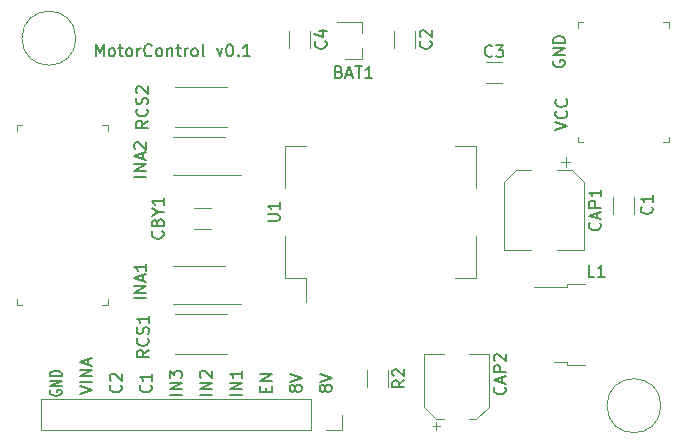
<source format=gbr>
%TF.GenerationSoftware,KiCad,Pcbnew,5.1.10*%
%TF.CreationDate,2021-06-23T21:46:23+08:00*%
%TF.ProjectId,simplefoc,73696d70-6c65-4666-9f63-2e6b69636164,rev?*%
%TF.SameCoordinates,Original*%
%TF.FileFunction,Legend,Top*%
%TF.FilePolarity,Positive*%
%FSLAX46Y46*%
G04 Gerber Fmt 4.6, Leading zero omitted, Abs format (unit mm)*
G04 Created by KiCad (PCBNEW 5.1.10) date 2021-06-23 21:46:23*
%MOMM*%
%LPD*%
G01*
G04 APERTURE LIST*
%ADD10C,0.150000*%
%ADD11C,0.120000*%
%ADD12C,0.100000*%
G04 APERTURE END LIST*
D10*
X-114419047Y251571190D02*
X-114466666Y251475952D01*
X-114514285Y251428333D01*
X-114609523Y251380714D01*
X-114657142Y251380714D01*
X-114752380Y251428333D01*
X-114800000Y251475952D01*
X-114847619Y251571190D01*
X-114847619Y251761666D01*
X-114800000Y251856904D01*
X-114752380Y251904523D01*
X-114657142Y251952142D01*
X-114609523Y251952142D01*
X-114514285Y251904523D01*
X-114466666Y251856904D01*
X-114419047Y251761666D01*
X-114419047Y251571190D01*
X-114371428Y251475952D01*
X-114323809Y251428333D01*
X-114228571Y251380714D01*
X-114038095Y251380714D01*
X-113942857Y251428333D01*
X-113895238Y251475952D01*
X-113847619Y251571190D01*
X-113847619Y251761666D01*
X-113895238Y251856904D01*
X-113942857Y251904523D01*
X-114038095Y251952142D01*
X-114228571Y251952142D01*
X-114323809Y251904523D01*
X-114371428Y251856904D01*
X-114419047Y251761666D01*
X-114847619Y252237857D02*
X-113847619Y252571190D01*
X-114847619Y252904523D01*
X-133817500Y279773119D02*
X-133817500Y280773119D01*
X-133484166Y280058833D01*
X-133150833Y280773119D01*
X-133150833Y279773119D01*
X-132531785Y279773119D02*
X-132627023Y279820738D01*
X-132674642Y279868357D01*
X-132722261Y279963595D01*
X-132722261Y280249309D01*
X-132674642Y280344547D01*
X-132627023Y280392166D01*
X-132531785Y280439785D01*
X-132388928Y280439785D01*
X-132293690Y280392166D01*
X-132246071Y280344547D01*
X-132198452Y280249309D01*
X-132198452Y279963595D01*
X-132246071Y279868357D01*
X-132293690Y279820738D01*
X-132388928Y279773119D01*
X-132531785Y279773119D01*
X-131912738Y280439785D02*
X-131531785Y280439785D01*
X-131769880Y280773119D02*
X-131769880Y279915976D01*
X-131722261Y279820738D01*
X-131627023Y279773119D01*
X-131531785Y279773119D01*
X-131055595Y279773119D02*
X-131150833Y279820738D01*
X-131198452Y279868357D01*
X-131246071Y279963595D01*
X-131246071Y280249309D01*
X-131198452Y280344547D01*
X-131150833Y280392166D01*
X-131055595Y280439785D01*
X-130912738Y280439785D01*
X-130817500Y280392166D01*
X-130769880Y280344547D01*
X-130722261Y280249309D01*
X-130722261Y279963595D01*
X-130769880Y279868357D01*
X-130817500Y279820738D01*
X-130912738Y279773119D01*
X-131055595Y279773119D01*
X-130293690Y279773119D02*
X-130293690Y280439785D01*
X-130293690Y280249309D02*
X-130246071Y280344547D01*
X-130198452Y280392166D01*
X-130103214Y280439785D01*
X-130007976Y280439785D01*
X-129103214Y279868357D02*
X-129150833Y279820738D01*
X-129293690Y279773119D01*
X-129388928Y279773119D01*
X-129531785Y279820738D01*
X-129627023Y279915976D01*
X-129674642Y280011214D01*
X-129722261Y280201690D01*
X-129722261Y280344547D01*
X-129674642Y280535023D01*
X-129627023Y280630261D01*
X-129531785Y280725500D01*
X-129388928Y280773119D01*
X-129293690Y280773119D01*
X-129150833Y280725500D01*
X-129103214Y280677880D01*
X-128531785Y279773119D02*
X-128627023Y279820738D01*
X-128674642Y279868357D01*
X-128722261Y279963595D01*
X-128722261Y280249309D01*
X-128674642Y280344547D01*
X-128627023Y280392166D01*
X-128531785Y280439785D01*
X-128388928Y280439785D01*
X-128293690Y280392166D01*
X-128246071Y280344547D01*
X-128198452Y280249309D01*
X-128198452Y279963595D01*
X-128246071Y279868357D01*
X-128293690Y279820738D01*
X-128388928Y279773119D01*
X-128531785Y279773119D01*
X-127769880Y280439785D02*
X-127769880Y279773119D01*
X-127769880Y280344547D02*
X-127722261Y280392166D01*
X-127627023Y280439785D01*
X-127484166Y280439785D01*
X-127388928Y280392166D01*
X-127341309Y280296928D01*
X-127341309Y279773119D01*
X-127007976Y280439785D02*
X-126627023Y280439785D01*
X-126865119Y280773119D02*
X-126865119Y279915976D01*
X-126817500Y279820738D01*
X-126722261Y279773119D01*
X-126627023Y279773119D01*
X-126293690Y279773119D02*
X-126293690Y280439785D01*
X-126293690Y280249309D02*
X-126246071Y280344547D01*
X-126198452Y280392166D01*
X-126103214Y280439785D01*
X-126007976Y280439785D01*
X-125531785Y279773119D02*
X-125627023Y279820738D01*
X-125674642Y279868357D01*
X-125722261Y279963595D01*
X-125722261Y280249309D01*
X-125674642Y280344547D01*
X-125627023Y280392166D01*
X-125531785Y280439785D01*
X-125388928Y280439785D01*
X-125293690Y280392166D01*
X-125246071Y280344547D01*
X-125198452Y280249309D01*
X-125198452Y279963595D01*
X-125246071Y279868357D01*
X-125293690Y279820738D01*
X-125388928Y279773119D01*
X-125531785Y279773119D01*
X-124627023Y279773119D02*
X-124722261Y279820738D01*
X-124769880Y279915976D01*
X-124769880Y280773119D01*
X-123579404Y280439785D02*
X-123341309Y279773119D01*
X-123103214Y280439785D01*
X-122531785Y280773119D02*
X-122436547Y280773119D01*
X-122341309Y280725500D01*
X-122293690Y280677880D01*
X-122246071Y280582642D01*
X-122198452Y280392166D01*
X-122198452Y280154071D01*
X-122246071Y279963595D01*
X-122293690Y279868357D01*
X-122341309Y279820738D01*
X-122436547Y279773119D01*
X-122531785Y279773119D01*
X-122627023Y279820738D01*
X-122674642Y279868357D01*
X-122722261Y279963595D01*
X-122769880Y280154071D01*
X-122769880Y280392166D01*
X-122722261Y280582642D01*
X-122674642Y280677880D01*
X-122627023Y280725500D01*
X-122531785Y280773119D01*
X-121769880Y279868357D02*
X-121722261Y279820738D01*
X-121769880Y279773119D01*
X-121817500Y279820738D01*
X-121769880Y279868357D01*
X-121769880Y279773119D01*
X-120769880Y279773119D02*
X-121341309Y279773119D01*
X-121055595Y279773119D02*
X-121055595Y280773119D01*
X-121150833Y280630261D01*
X-121246071Y280535023D01*
X-121341309Y280487404D01*
X-95051500Y279400095D02*
X-95099119Y279304857D01*
X-95099119Y279162000D01*
X-95051500Y279019142D01*
X-94956261Y278923904D01*
X-94861023Y278876285D01*
X-94670547Y278828666D01*
X-94527690Y278828666D01*
X-94337214Y278876285D01*
X-94241976Y278923904D01*
X-94146738Y279019142D01*
X-94099119Y279162000D01*
X-94099119Y279257238D01*
X-94146738Y279400095D01*
X-94194357Y279447714D01*
X-94527690Y279447714D01*
X-94527690Y279257238D01*
X-94099119Y279876285D02*
X-95099119Y279876285D01*
X-94099119Y280447714D01*
X-95099119Y280447714D01*
X-94099119Y280923904D02*
X-95099119Y280923904D01*
X-95099119Y281162000D01*
X-95051500Y281304857D01*
X-94956261Y281400095D01*
X-94861023Y281447714D01*
X-94670547Y281495333D01*
X-94527690Y281495333D01*
X-94337214Y281447714D01*
X-94241976Y281400095D01*
X-94146738Y281304857D01*
X-94099119Y281162000D01*
X-94099119Y280923904D01*
X-94908619Y273558166D02*
X-93908619Y273891500D01*
X-94908619Y274224833D01*
X-94003857Y275129595D02*
X-93956238Y275081976D01*
X-93908619Y274939119D01*
X-93908619Y274843880D01*
X-93956238Y274701023D01*
X-94051476Y274605785D01*
X-94146714Y274558166D01*
X-94337190Y274510547D01*
X-94480047Y274510547D01*
X-94670523Y274558166D01*
X-94765761Y274605785D01*
X-94861000Y274701023D01*
X-94908619Y274843880D01*
X-94908619Y274939119D01*
X-94861000Y275081976D01*
X-94813380Y275129595D01*
X-94003857Y276129595D02*
X-93956238Y276081976D01*
X-93908619Y275939119D01*
X-93908619Y275843880D01*
X-93956238Y275701023D01*
X-94051476Y275605785D01*
X-94146714Y275558166D01*
X-94337190Y275510547D01*
X-94480047Y275510547D01*
X-94670523Y275558166D01*
X-94765761Y275605785D01*
X-94861000Y275701023D01*
X-94908619Y275843880D01*
X-94908619Y275939119D01*
X-94861000Y276081976D01*
X-94813380Y276129595D01*
X-116959047Y251571190D02*
X-117006666Y251475952D01*
X-117054285Y251428333D01*
X-117149523Y251380714D01*
X-117197142Y251380714D01*
X-117292380Y251428333D01*
X-117340000Y251475952D01*
X-117387619Y251571190D01*
X-117387619Y251761666D01*
X-117340000Y251856904D01*
X-117292380Y251904523D01*
X-117197142Y251952142D01*
X-117149523Y251952142D01*
X-117054285Y251904523D01*
X-117006666Y251856904D01*
X-116959047Y251761666D01*
X-116959047Y251571190D01*
X-116911428Y251475952D01*
X-116863809Y251428333D01*
X-116768571Y251380714D01*
X-116578095Y251380714D01*
X-116482857Y251428333D01*
X-116435238Y251475952D01*
X-116387619Y251571190D01*
X-116387619Y251761666D01*
X-116435238Y251856904D01*
X-116482857Y251904523D01*
X-116578095Y251952142D01*
X-116768571Y251952142D01*
X-116863809Y251904523D01*
X-116911428Y251856904D01*
X-116959047Y251761666D01*
X-117387619Y252237857D02*
X-116387619Y252571190D01*
X-117387619Y252904523D01*
X-119451428Y251356904D02*
X-119451428Y251690238D01*
X-118927619Y251833095D02*
X-118927619Y251356904D01*
X-119927619Y251356904D01*
X-119927619Y251833095D01*
X-118927619Y252261666D02*
X-119927619Y252261666D01*
X-118927619Y252833095D01*
X-119927619Y252833095D01*
X-121467619Y251095000D02*
X-122467619Y251095000D01*
X-121467619Y251571190D02*
X-122467619Y251571190D01*
X-121467619Y252142619D01*
X-122467619Y252142619D01*
X-121467619Y253142619D02*
X-121467619Y252571190D01*
X-121467619Y252856904D02*
X-122467619Y252856904D01*
X-122324761Y252761666D01*
X-122229523Y252666428D01*
X-122181904Y252571190D01*
X-124007619Y251095000D02*
X-125007619Y251095000D01*
X-124007619Y251571190D02*
X-125007619Y251571190D01*
X-124007619Y252142619D01*
X-125007619Y252142619D01*
X-124912380Y252571190D02*
X-124960000Y252618809D01*
X-125007619Y252714047D01*
X-125007619Y252952142D01*
X-124960000Y253047380D01*
X-124912380Y253095000D01*
X-124817142Y253142619D01*
X-124721904Y253142619D01*
X-124579047Y253095000D01*
X-124007619Y252523571D01*
X-124007619Y253142619D01*
X-126547619Y251095000D02*
X-127547619Y251095000D01*
X-126547619Y251571190D02*
X-127547619Y251571190D01*
X-126547619Y252142619D01*
X-127547619Y252142619D01*
X-127547619Y252523571D02*
X-127547619Y253142619D01*
X-127166666Y252809285D01*
X-127166666Y252952142D01*
X-127119047Y253047380D01*
X-127071428Y253095000D01*
X-126976190Y253142619D01*
X-126738095Y253142619D01*
X-126642857Y253095000D01*
X-126595238Y253047380D01*
X-126547619Y252952142D01*
X-126547619Y252666428D01*
X-126595238Y252571190D01*
X-126642857Y252523571D01*
X-129182857Y251928333D02*
X-129135238Y251880714D01*
X-129087619Y251737857D01*
X-129087619Y251642619D01*
X-129135238Y251499761D01*
X-129230476Y251404523D01*
X-129325714Y251356904D01*
X-129516190Y251309285D01*
X-129659047Y251309285D01*
X-129849523Y251356904D01*
X-129944761Y251404523D01*
X-130040000Y251499761D01*
X-130087619Y251642619D01*
X-130087619Y251737857D01*
X-130040000Y251880714D01*
X-129992380Y251928333D01*
X-129087619Y252880714D02*
X-129087619Y252309285D01*
X-129087619Y252595000D02*
X-130087619Y252595000D01*
X-129944761Y252499761D01*
X-129849523Y252404523D01*
X-129801904Y252309285D01*
X-131722857Y251928333D02*
X-131675238Y251880714D01*
X-131627619Y251737857D01*
X-131627619Y251642619D01*
X-131675238Y251499761D01*
X-131770476Y251404523D01*
X-131865714Y251356904D01*
X-132056190Y251309285D01*
X-132199047Y251309285D01*
X-132389523Y251356904D01*
X-132484761Y251404523D01*
X-132580000Y251499761D01*
X-132627619Y251642619D01*
X-132627619Y251737857D01*
X-132580000Y251880714D01*
X-132532380Y251928333D01*
X-132532380Y252309285D02*
X-132580000Y252356904D01*
X-132627619Y252452142D01*
X-132627619Y252690238D01*
X-132580000Y252785476D01*
X-132532380Y252833095D01*
X-132437142Y252880714D01*
X-132341904Y252880714D01*
X-132199047Y252833095D01*
X-131627619Y252261666D01*
X-131627619Y252880714D01*
X-135167619Y251206190D02*
X-134167619Y251539523D01*
X-135167619Y251872857D01*
X-134167619Y252206190D02*
X-135167619Y252206190D01*
X-134167619Y252682380D02*
X-135167619Y252682380D01*
X-134167619Y253253809D01*
X-135167619Y253253809D01*
X-134453333Y253682380D02*
X-134453333Y254158571D01*
X-134167619Y253587142D02*
X-135167619Y253920476D01*
X-134167619Y254253809D01*
X-137660000Y251485476D02*
X-137707619Y251409285D01*
X-137707619Y251295000D01*
X-137660000Y251180714D01*
X-137564761Y251104523D01*
X-137469523Y251066428D01*
X-137279047Y251028333D01*
X-137136190Y251028333D01*
X-136945714Y251066428D01*
X-136850476Y251104523D01*
X-136755238Y251180714D01*
X-136707619Y251295000D01*
X-136707619Y251371190D01*
X-136755238Y251485476D01*
X-136802857Y251523571D01*
X-137136190Y251523571D01*
X-137136190Y251371190D01*
X-136707619Y251866428D02*
X-137707619Y251866428D01*
X-136707619Y252323571D01*
X-137707619Y252323571D01*
X-136707619Y252704523D02*
X-137707619Y252704523D01*
X-137707619Y252895000D01*
X-137660000Y253009285D01*
X-137564761Y253085476D01*
X-137469523Y253123571D01*
X-137279047Y253161666D01*
X-137136190Y253161666D01*
X-136945714Y253123571D01*
X-136850476Y253085476D01*
X-136755238Y253009285D01*
X-136707619Y252895000D01*
X-136707619Y252704523D01*
D11*
%TO.C,CAP2*%
X-100554500Y254560000D02*
X-102254500Y254560000D01*
X-106074500Y254560000D02*
X-104374500Y254560000D01*
X-106074500Y250104437D02*
X-106074500Y254560000D01*
X-100554500Y250104437D02*
X-100554500Y254560000D01*
X-101618937Y249040000D02*
X-102254500Y249040000D01*
X-105010063Y249040000D02*
X-104374500Y249040000D01*
X-105010063Y249040000D02*
X-106074500Y250104437D01*
X-101618937Y249040000D02*
X-100554500Y250104437D01*
X-104999500Y248175000D02*
X-104999500Y248800000D01*
X-105312000Y248487500D02*
X-104687000Y248487500D01*
%TO.C,REF\u002A\u002A*%
X-85979000Y250190000D02*
G75*
G03*
X-85979000Y250190000I-2286000J0D01*
G01*
X-135509000Y281305000D02*
G75*
G03*
X-135509000Y281305000I-2286000J0D01*
G01*
%TO.C,C4*%
X-115676000Y281927752D02*
X-115676000Y280505248D01*
X-117496000Y281927752D02*
X-117496000Y280505248D01*
%TO.C,C2*%
X-108606000Y281927752D02*
X-108606000Y280505248D01*
X-106786000Y281927752D02*
X-106786000Y280505248D01*
%TO.C,BAT1*%
X-111270000Y279532000D02*
X-111270000Y280462000D01*
X-111270000Y282692000D02*
X-111270000Y281762000D01*
X-111270000Y282692000D02*
X-113430000Y282692000D01*
X-111270000Y279532000D02*
X-112730000Y279532000D01*
%TO.C,C1*%
X-90064000Y266458248D02*
X-90064000Y267880752D01*
X-88244000Y266458248D02*
X-88244000Y267880752D01*
%TO.C,C3*%
X-99403248Y279294000D02*
X-100825752Y279294000D01*
X-99403248Y277474000D02*
X-100825752Y277474000D01*
%TO.C,CAP1*%
X-99288000Y263358000D02*
X-96938000Y263358000D01*
X-92468000Y263358000D02*
X-94818000Y263358000D01*
X-92468000Y269113563D02*
X-92468000Y263358000D01*
X-99288000Y269113563D02*
X-99288000Y263358000D01*
X-98223563Y270178000D02*
X-96938000Y270178000D01*
X-93532437Y270178000D02*
X-94818000Y270178000D01*
X-93532437Y270178000D02*
X-92468000Y269113563D01*
X-98223563Y270178000D02*
X-99288000Y269113563D01*
X-94030500Y271205500D02*
X-94030500Y270418000D01*
X-93636750Y270811750D02*
X-94424250Y270811750D01*
%TO.C,CBY1*%
X-125533752Y266970000D02*
X-124111248Y266970000D01*
X-125533752Y265150000D02*
X-124111248Y265150000D01*
%TO.C,INA1*%
X-125105500Y262041000D02*
X-127305500Y262041000D01*
X-125105500Y262041000D02*
X-122905500Y262041000D01*
X-125105500Y258821000D02*
X-127305500Y258821000D01*
X-125105500Y258821000D02*
X-121505500Y258821000D01*
%TO.C,INA2*%
X-125105500Y269698000D02*
X-121505500Y269698000D01*
X-125105500Y269698000D02*
X-127305500Y269698000D01*
X-125105500Y272918000D02*
X-122905500Y272918000D01*
X-125105500Y272918000D02*
X-127305500Y272918000D01*
D12*
%TO.C,J1*%
X-85304000Y282682000D02*
X-85304000Y282182000D01*
X-85304000Y282682000D02*
X-85804000Y282682000D01*
X-85304000Y272482000D02*
X-85804000Y272482000D01*
X-85304000Y272482000D02*
X-85304000Y272982000D01*
X-93004000Y272482000D02*
X-93004000Y272982000D01*
X-93004000Y272482000D02*
X-92554000Y272482000D01*
X-93004000Y282682000D02*
X-92554000Y282682000D01*
X-93004000Y282682000D02*
X-93004000Y282182000D01*
%TO.C,J3*%
X-132802000Y273940000D02*
X-132802000Y273440000D01*
X-132802000Y273940000D02*
X-133302000Y273940000D01*
X-132802000Y258740000D02*
X-133302000Y258740000D01*
X-132802000Y258740000D02*
X-132802000Y259240000D01*
X-140502000Y258740000D02*
X-140502000Y259240000D01*
X-140502000Y258740000D02*
X-140052000Y258740000D01*
X-140502000Y273940000D02*
X-140052000Y273940000D01*
X-140502000Y273940000D02*
X-140502000Y273440000D01*
D11*
%TO.C,L1*%
X-92410000Y260498000D02*
X-93910000Y260498000D01*
X-93910000Y260498000D02*
X-93910000Y260228000D01*
X-93910000Y260228000D02*
X-96740000Y260228000D01*
X-92410000Y253598000D02*
X-93910000Y253598000D01*
X-93910000Y253598000D02*
X-93910000Y253868000D01*
X-93910000Y253868000D02*
X-95010000Y253868000D01*
%TO.C,R2*%
X-109072000Y253229064D02*
X-109072000Y251774936D01*
X-110892000Y253229064D02*
X-110892000Y251774936D01*
%TO.C,RCS1*%
X-122740936Y254571000D02*
X-127095064Y254571000D01*
X-122740936Y257991000D02*
X-127095064Y257991000D01*
%TO.C,RCS2*%
X-127095064Y273748000D02*
X-122740936Y273748000D01*
X-127095064Y277168000D02*
X-122740936Y277168000D01*
%TO.C,U1*%
X-117770000Y272190000D02*
X-116020000Y272190000D01*
X-101670000Y272190000D02*
X-103420000Y272190000D01*
X-101670000Y264590000D02*
X-101670000Y260990000D01*
X-101670000Y260990000D02*
X-103420000Y260990000D01*
X-117770000Y272190000D02*
X-117770000Y268590000D01*
X-117770000Y260990000D02*
X-116020000Y260990000D01*
X-116020000Y260990000D02*
X-116020000Y258990000D01*
X-117770000Y264590000D02*
X-117770000Y260990000D01*
X-101670000Y272190000D02*
X-101670000Y268590000D01*
%TO.C,J2*%
X-112970000Y249428000D02*
X-112970000Y248098000D01*
X-112970000Y248098000D02*
X-114300000Y248098000D01*
X-115570000Y248098000D02*
X-138490000Y248098000D01*
X-138490000Y250758000D02*
X-138490000Y248098000D01*
X-115570000Y250758000D02*
X-138490000Y250758000D01*
X-115570000Y250758000D02*
X-115570000Y248098000D01*
%TO.C,CAP2*%
D10*
X-99210857Y251761761D02*
X-99163238Y251714142D01*
X-99115619Y251571285D01*
X-99115619Y251476047D01*
X-99163238Y251333190D01*
X-99258476Y251237952D01*
X-99353714Y251190333D01*
X-99544190Y251142714D01*
X-99687047Y251142714D01*
X-99877523Y251190333D01*
X-99972761Y251237952D01*
X-100068000Y251333190D01*
X-100115619Y251476047D01*
X-100115619Y251571285D01*
X-100068000Y251714142D01*
X-100020380Y251761761D01*
X-99401333Y252142714D02*
X-99401333Y252618904D01*
X-99115619Y252047476D02*
X-100115619Y252380809D01*
X-99115619Y252714142D01*
X-99115619Y253047476D02*
X-100115619Y253047476D01*
X-100115619Y253428428D01*
X-100068000Y253523666D01*
X-100020380Y253571285D01*
X-99925142Y253618904D01*
X-99782285Y253618904D01*
X-99687047Y253571285D01*
X-99639428Y253523666D01*
X-99591809Y253428428D01*
X-99591809Y253047476D01*
X-100020380Y253999857D02*
X-100068000Y254047476D01*
X-100115619Y254142714D01*
X-100115619Y254380809D01*
X-100068000Y254476047D01*
X-100020380Y254523666D01*
X-99925142Y254571285D01*
X-99829904Y254571285D01*
X-99687047Y254523666D01*
X-99115619Y253952238D01*
X-99115619Y254571285D01*
%TO.C,C4*%
X-114378857Y281049833D02*
X-114331238Y281002214D01*
X-114283619Y280859357D01*
X-114283619Y280764119D01*
X-114331238Y280621261D01*
X-114426476Y280526023D01*
X-114521714Y280478404D01*
X-114712190Y280430785D01*
X-114855047Y280430785D01*
X-115045523Y280478404D01*
X-115140761Y280526023D01*
X-115236000Y280621261D01*
X-115283619Y280764119D01*
X-115283619Y280859357D01*
X-115236000Y281002214D01*
X-115188380Y281049833D01*
X-114950285Y281906976D02*
X-114283619Y281906976D01*
X-115331238Y281668880D02*
X-114616952Y281430785D01*
X-114616952Y282049833D01*
%TO.C,C2*%
X-105488857Y281049833D02*
X-105441238Y281002214D01*
X-105393619Y280859357D01*
X-105393619Y280764119D01*
X-105441238Y280621261D01*
X-105536476Y280526023D01*
X-105631714Y280478404D01*
X-105822190Y280430785D01*
X-105965047Y280430785D01*
X-106155523Y280478404D01*
X-106250761Y280526023D01*
X-106346000Y280621261D01*
X-106393619Y280764119D01*
X-106393619Y280859357D01*
X-106346000Y281002214D01*
X-106298380Y281049833D01*
X-106298380Y281430785D02*
X-106346000Y281478404D01*
X-106393619Y281573642D01*
X-106393619Y281811738D01*
X-106346000Y281906976D01*
X-106298380Y281954595D01*
X-106203142Y282002214D01*
X-106107904Y282002214D01*
X-105965047Y281954595D01*
X-105393619Y281383166D01*
X-105393619Y282002214D01*
%TO.C,BAT1*%
X-113228285Y278455428D02*
X-113085428Y278407809D01*
X-113037809Y278360190D01*
X-112990190Y278264952D01*
X-112990190Y278122095D01*
X-113037809Y278026857D01*
X-113085428Y277979238D01*
X-113180666Y277931619D01*
X-113561619Y277931619D01*
X-113561619Y278931619D01*
X-113228285Y278931619D01*
X-113133047Y278884000D01*
X-113085428Y278836380D01*
X-113037809Y278741142D01*
X-113037809Y278645904D01*
X-113085428Y278550666D01*
X-113133047Y278503047D01*
X-113228285Y278455428D01*
X-113561619Y278455428D01*
X-112609238Y278217333D02*
X-112133047Y278217333D01*
X-112704476Y277931619D02*
X-112371142Y278931619D01*
X-112037809Y277931619D01*
X-111847333Y278931619D02*
X-111275904Y278931619D01*
X-111561619Y277931619D02*
X-111561619Y278931619D01*
X-110418761Y277931619D02*
X-110990190Y277931619D01*
X-110704476Y277931619D02*
X-110704476Y278931619D01*
X-110799714Y278788761D01*
X-110894952Y278693523D01*
X-110990190Y278645904D01*
%TO.C,C1*%
X-86764857Y267041333D02*
X-86717238Y266993714D01*
X-86669619Y266850857D01*
X-86669619Y266755619D01*
X-86717238Y266612761D01*
X-86812476Y266517523D01*
X-86907714Y266469904D01*
X-87098190Y266422285D01*
X-87241047Y266422285D01*
X-87431523Y266469904D01*
X-87526761Y266517523D01*
X-87622000Y266612761D01*
X-87669619Y266755619D01*
X-87669619Y266850857D01*
X-87622000Y266993714D01*
X-87574380Y267041333D01*
X-86669619Y267993714D02*
X-86669619Y267422285D01*
X-86669619Y267708000D02*
X-87669619Y267708000D01*
X-87526761Y267612761D01*
X-87431523Y267517523D01*
X-87383904Y267422285D01*
%TO.C,C3*%
X-100281166Y279804857D02*
X-100328785Y279757238D01*
X-100471642Y279709619D01*
X-100566880Y279709619D01*
X-100709738Y279757238D01*
X-100804976Y279852476D01*
X-100852595Y279947714D01*
X-100900214Y280138190D01*
X-100900214Y280281047D01*
X-100852595Y280471523D01*
X-100804976Y280566761D01*
X-100709738Y280662000D01*
X-100566880Y280709619D01*
X-100471642Y280709619D01*
X-100328785Y280662000D01*
X-100281166Y280614380D01*
X-99947833Y280709619D02*
X-99328785Y280709619D01*
X-99662119Y280328666D01*
X-99519261Y280328666D01*
X-99424023Y280281047D01*
X-99376404Y280233428D01*
X-99328785Y280138190D01*
X-99328785Y279900095D01*
X-99376404Y279804857D01*
X-99424023Y279757238D01*
X-99519261Y279709619D01*
X-99804976Y279709619D01*
X-99900214Y279757238D01*
X-99947833Y279804857D01*
%TO.C,CAP1*%
X-91170857Y265672761D02*
X-91123238Y265625142D01*
X-91075619Y265482285D01*
X-91075619Y265387047D01*
X-91123238Y265244190D01*
X-91218476Y265148952D01*
X-91313714Y265101333D01*
X-91504190Y265053714D01*
X-91647047Y265053714D01*
X-91837523Y265101333D01*
X-91932761Y265148952D01*
X-92028000Y265244190D01*
X-92075619Y265387047D01*
X-92075619Y265482285D01*
X-92028000Y265625142D01*
X-91980380Y265672761D01*
X-91361333Y266053714D02*
X-91361333Y266529904D01*
X-91075619Y265958476D02*
X-92075619Y266291809D01*
X-91075619Y266625142D01*
X-91075619Y266958476D02*
X-92075619Y266958476D01*
X-92075619Y267339428D01*
X-92028000Y267434666D01*
X-91980380Y267482285D01*
X-91885142Y267529904D01*
X-91742285Y267529904D01*
X-91647047Y267482285D01*
X-91599428Y267434666D01*
X-91551809Y267339428D01*
X-91551809Y266958476D01*
X-91075619Y268482285D02*
X-91075619Y267910857D01*
X-91075619Y268196571D02*
X-92075619Y268196571D01*
X-91932761Y268101333D01*
X-91837523Y268006095D01*
X-91789904Y267910857D01*
%TO.C,CBY1*%
X-128177857Y264964761D02*
X-128130238Y264917142D01*
X-128082619Y264774285D01*
X-128082619Y264679047D01*
X-128130238Y264536190D01*
X-128225476Y264440952D01*
X-128320714Y264393333D01*
X-128511190Y264345714D01*
X-128654047Y264345714D01*
X-128844523Y264393333D01*
X-128939761Y264440952D01*
X-129035000Y264536190D01*
X-129082619Y264679047D01*
X-129082619Y264774285D01*
X-129035000Y264917142D01*
X-128987380Y264964761D01*
X-128606428Y265726666D02*
X-128558809Y265869523D01*
X-128511190Y265917142D01*
X-128415952Y265964761D01*
X-128273095Y265964761D01*
X-128177857Y265917142D01*
X-128130238Y265869523D01*
X-128082619Y265774285D01*
X-128082619Y265393333D01*
X-129082619Y265393333D01*
X-129082619Y265726666D01*
X-129035000Y265821904D01*
X-128987380Y265869523D01*
X-128892142Y265917142D01*
X-128796904Y265917142D01*
X-128701666Y265869523D01*
X-128654047Y265821904D01*
X-128606428Y265726666D01*
X-128606428Y265393333D01*
X-128558809Y266583809D02*
X-128082619Y266583809D01*
X-129082619Y266250476D02*
X-128558809Y266583809D01*
X-129082619Y266917142D01*
X-128082619Y267774285D02*
X-128082619Y267202857D01*
X-128082619Y267488571D02*
X-129082619Y267488571D01*
X-128939761Y267393333D01*
X-128844523Y267298095D01*
X-128796904Y267202857D01*
%TO.C,INA1*%
X-129553119Y259297428D02*
X-130553119Y259297428D01*
X-129553119Y259773619D02*
X-130553119Y259773619D01*
X-129553119Y260345047D01*
X-130553119Y260345047D01*
X-129838833Y260773619D02*
X-129838833Y261249809D01*
X-129553119Y260678380D02*
X-130553119Y261011714D01*
X-129553119Y261345047D01*
X-129553119Y262202190D02*
X-129553119Y261630761D01*
X-129553119Y261916476D02*
X-130553119Y261916476D01*
X-130410261Y261821238D01*
X-130315023Y261726000D01*
X-130267404Y261630761D01*
%TO.C,INA2*%
X-129573119Y269584428D02*
X-130573119Y269584428D01*
X-129573119Y270060619D02*
X-130573119Y270060619D01*
X-129573119Y270632047D01*
X-130573119Y270632047D01*
X-129858833Y271060619D02*
X-129858833Y271536809D01*
X-129573119Y270965380D02*
X-130573119Y271298714D01*
X-129573119Y271632047D01*
X-130477880Y271917761D02*
X-130525500Y271965380D01*
X-130573119Y272060619D01*
X-130573119Y272298714D01*
X-130525500Y272393952D01*
X-130477880Y272441571D01*
X-130382642Y272489190D01*
X-130287404Y272489190D01*
X-130144547Y272441571D01*
X-129573119Y271870142D01*
X-129573119Y272489190D01*
%TO.C,L1*%
X-91606666Y261095619D02*
X-92082857Y261095619D01*
X-92082857Y262095619D01*
X-90749523Y261095619D02*
X-91320952Y261095619D01*
X-91035238Y261095619D02*
X-91035238Y262095619D01*
X-91130476Y261952761D01*
X-91225714Y261857523D01*
X-91320952Y261809904D01*
%TO.C,R2*%
X-107709619Y252335333D02*
X-108185809Y252002000D01*
X-107709619Y251763904D02*
X-108709619Y251763904D01*
X-108709619Y252144857D01*
X-108662000Y252240095D01*
X-108614380Y252287714D01*
X-108519142Y252335333D01*
X-108376285Y252335333D01*
X-108281047Y252287714D01*
X-108233428Y252240095D01*
X-108185809Y252144857D01*
X-108185809Y251763904D01*
X-108614380Y252716285D02*
X-108662000Y252763904D01*
X-108709619Y252859142D01*
X-108709619Y253097238D01*
X-108662000Y253192476D01*
X-108614380Y253240095D01*
X-108519142Y253287714D01*
X-108423904Y253287714D01*
X-108281047Y253240095D01*
X-107709619Y252668666D01*
X-107709619Y253287714D01*
%TO.C,RCS1*%
X-129341619Y254889142D02*
X-129817809Y254555809D01*
X-129341619Y254317714D02*
X-130341619Y254317714D01*
X-130341619Y254698666D01*
X-130294000Y254793904D01*
X-130246380Y254841523D01*
X-130151142Y254889142D01*
X-130008285Y254889142D01*
X-129913047Y254841523D01*
X-129865428Y254793904D01*
X-129817809Y254698666D01*
X-129817809Y254317714D01*
X-129436857Y255889142D02*
X-129389238Y255841523D01*
X-129341619Y255698666D01*
X-129341619Y255603428D01*
X-129389238Y255460571D01*
X-129484476Y255365333D01*
X-129579714Y255317714D01*
X-129770190Y255270095D01*
X-129913047Y255270095D01*
X-130103523Y255317714D01*
X-130198761Y255365333D01*
X-130294000Y255460571D01*
X-130341619Y255603428D01*
X-130341619Y255698666D01*
X-130294000Y255841523D01*
X-130246380Y255889142D01*
X-129389238Y256270095D02*
X-129341619Y256412952D01*
X-129341619Y256651047D01*
X-129389238Y256746285D01*
X-129436857Y256793904D01*
X-129532095Y256841523D01*
X-129627333Y256841523D01*
X-129722571Y256793904D01*
X-129770190Y256746285D01*
X-129817809Y256651047D01*
X-129865428Y256460571D01*
X-129913047Y256365333D01*
X-129960666Y256317714D01*
X-130055904Y256270095D01*
X-130151142Y256270095D01*
X-130246380Y256317714D01*
X-130294000Y256365333D01*
X-130341619Y256460571D01*
X-130341619Y256698666D01*
X-130294000Y256841523D01*
X-129341619Y257793904D02*
X-129341619Y257222476D01*
X-129341619Y257508190D02*
X-130341619Y257508190D01*
X-130198761Y257412952D01*
X-130103523Y257317714D01*
X-130055904Y257222476D01*
%TO.C,RCS2*%
X-129420619Y274315142D02*
X-129896809Y273981809D01*
X-129420619Y273743714D02*
X-130420619Y273743714D01*
X-130420619Y274124666D01*
X-130373000Y274219904D01*
X-130325380Y274267523D01*
X-130230142Y274315142D01*
X-130087285Y274315142D01*
X-129992047Y274267523D01*
X-129944428Y274219904D01*
X-129896809Y274124666D01*
X-129896809Y273743714D01*
X-129515857Y275315142D02*
X-129468238Y275267523D01*
X-129420619Y275124666D01*
X-129420619Y275029428D01*
X-129468238Y274886571D01*
X-129563476Y274791333D01*
X-129658714Y274743714D01*
X-129849190Y274696095D01*
X-129992047Y274696095D01*
X-130182523Y274743714D01*
X-130277761Y274791333D01*
X-130373000Y274886571D01*
X-130420619Y275029428D01*
X-130420619Y275124666D01*
X-130373000Y275267523D01*
X-130325380Y275315142D01*
X-129468238Y275696095D02*
X-129420619Y275838952D01*
X-129420619Y276077047D01*
X-129468238Y276172285D01*
X-129515857Y276219904D01*
X-129611095Y276267523D01*
X-129706333Y276267523D01*
X-129801571Y276219904D01*
X-129849190Y276172285D01*
X-129896809Y276077047D01*
X-129944428Y275886571D01*
X-129992047Y275791333D01*
X-130039666Y275743714D01*
X-130134904Y275696095D01*
X-130230142Y275696095D01*
X-130325380Y275743714D01*
X-130373000Y275791333D01*
X-130420619Y275886571D01*
X-130420619Y276124666D01*
X-130373000Y276267523D01*
X-130325380Y276648476D02*
X-130373000Y276696095D01*
X-130420619Y276791333D01*
X-130420619Y277029428D01*
X-130373000Y277124666D01*
X-130325380Y277172285D01*
X-130230142Y277219904D01*
X-130134904Y277219904D01*
X-129992047Y277172285D01*
X-129420619Y276600857D01*
X-129420619Y277219904D01*
%TO.C,U1*%
X-119267619Y265828095D02*
X-118458095Y265828095D01*
X-118362857Y265875714D01*
X-118315238Y265923333D01*
X-118267619Y266018571D01*
X-118267619Y266209047D01*
X-118315238Y266304285D01*
X-118362857Y266351904D01*
X-118458095Y266399523D01*
X-119267619Y266399523D01*
X-118267619Y267399523D02*
X-118267619Y266828095D01*
X-118267619Y267113809D02*
X-119267619Y267113809D01*
X-119124761Y267018571D01*
X-119029523Y266923333D01*
X-118981904Y266828095D01*
%TD*%
M02*

</source>
